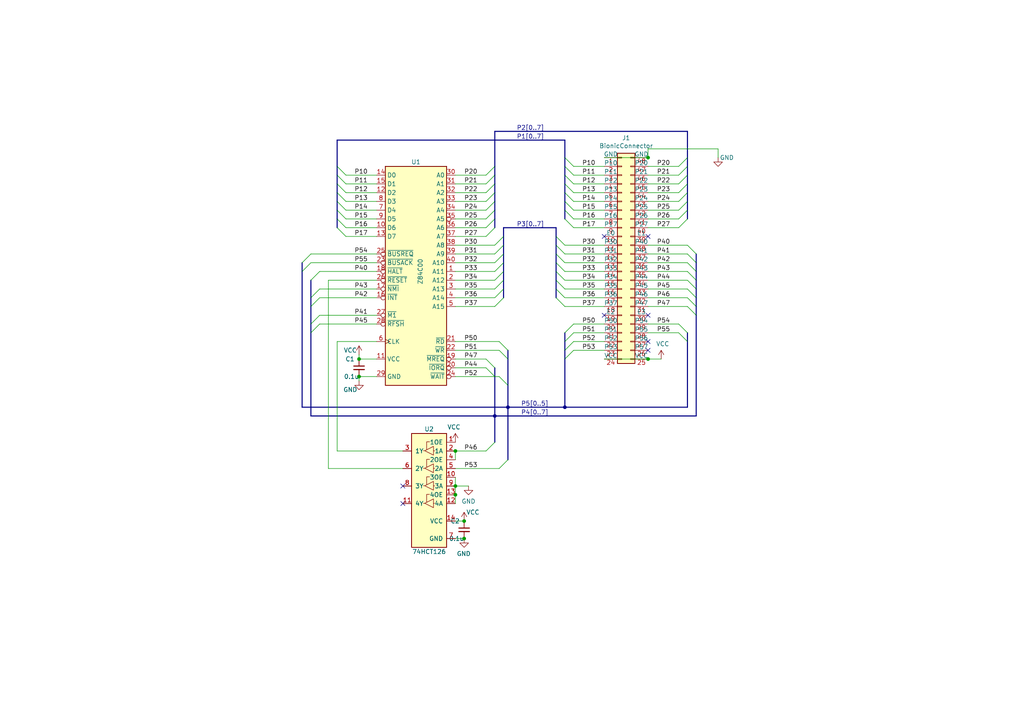
<source format=kicad_sch>
(kicad_sch (version 20211123) (generator eeschema)
  (paper "A4")
  (title_block (title "BionicZ8400 Mezzanine") (date "2022-01-20") (rev "1") (company "Tadashi G. Takaoka"))
  (lib_symbols
    (symbol "0-LocalLibrary:74HCT126" (pin_names (offset 1.016))
      (property "Reference" "U" (at 0 16.51 0))
      (property "Value" "74HCT126" (at 0 -19.05 0))
      (symbol "74HCT126_0_1"
        (polyline (pts (xy -1.2954 10.2108) (xy -1.6002 10.2108)))
        (polyline (pts (xy 1.2954 10.2362) (xy 1.651 10.2362)))
        (polyline (pts (xy 0.7112 10.5664) (xy 0.7112 12.827) (xy -0.127 12.827) (xy -0.1016 12.827)))
      )
      (symbol "74HCT126_1_0"
        (polyline (pts (xy 1.27 10.2362) (xy -1.27 11.5062) (xy -1.27 8.9662) (xy 1.27 10.2362)) (stroke (width 0.1524)))
        (pin input line (at -7.62 12.7 0) (length 2.54) (name "1OE") (number "1"))
        (pin input line (at -7.62 2.54 0) (length 2.54) (name "3OE") (number "10"))
        (pin tri_state line (at 7.62 -5.08 180) (length 2.54) (name "4Y") (number "11"))
        (pin input line (at -7.62 -5.08 0) (length 2.54) (name "4A") (number "12"))
        (pin input line (at -7.62 -2.54 0) (length 2.54) (name "4OE") (number "13"))
        (pin power_in line (at -7.62 -10.16 0) (length 2.54) (name "VCC") (number "14"))
        (pin input line (at -7.62 10.16 0) (length 2.54) (name "1A") (number "2"))
        (pin tri_state line (at 7.62 10.16 180) (length 2.54) (name "1Y") (number "3"))
        (pin input line (at -7.62 7.62 0) (length 2.54) (name "2OE") (number "4"))
        (pin input line (at -7.62 5.08 0) (length 2.54) (name "2A") (number "5"))
        (pin tri_state line (at 7.62 5.08 180) (length 2.54) (name "2Y") (number "6"))
        (pin power_in line (at -7.62 -15.24 0) (length 2.54) (name "GND") (number "7"))
        (pin tri_state line (at 7.62 0 180) (length 2.54) (name "3Y") (number "8"))
        (pin input line (at -7.62 0 0) (length 2.54) (name "3A") (number "9"))
      )
      (symbol "74HCT126_1_1"
        (rectangle (start -5.08 15.24) (end 5.08 -17.78) (stroke (width 0.254)) (fill (type background)))
        (polyline (pts (xy -1.2954 -5.0292) (xy -1.6002 -5.0292)))
        (polyline (pts (xy -1.2954 0.0508) (xy -1.6002 0.0508)))
        (polyline (pts (xy -1.2954 5.1308) (xy -1.6002 5.1308)))
        (polyline (pts (xy 1.2954 -5.0038) (xy 1.651 -5.0038)))
        (polyline (pts (xy 1.2954 0.0762) (xy 1.651 0.0762)))
        (polyline (pts (xy 1.2954 5.1562) (xy 1.651 5.1562)))
        (polyline (pts (xy 0.7112 -4.6736) (xy 0.7112 -2.413) (xy -0.127 -2.413) (xy -0.1016 -2.413)))
        (polyline (pts (xy 0.7112 0.4064) (xy 0.7112 2.667) (xy -0.127 2.667) (xy -0.1016 2.667)))
        (polyline (pts (xy 0.7112 5.4864) (xy 0.7112 7.747) (xy -0.127 7.747) (xy -0.1016 7.747)))
        (polyline (pts (xy 1.27 -5.0038) (xy -1.27 -3.7338) (xy -1.27 -6.2738) (xy 1.27 -5.0038)) (stroke (width 0.1524)))
        (polyline (pts (xy 1.27 0.0762) (xy -1.27 1.3462) (xy -1.27 -1.1938) (xy 1.27 0.0762)) (stroke (width 0.1524)))
        (polyline (pts (xy 1.27 5.1562) (xy -1.27 6.4262) (xy -1.27 3.8862) (xy 1.27 5.1562)) (stroke (width 0.1524)))
      )
    )
    (symbol "0-LocalLibrary:BionicConnector" (pin_names (offset 0))
      (property "Reference" "J" (at 1.27 30.48 0))
      (property "Value" "BionicConnector" (at 3.81 33.02 0))
      (symbol "BionicConnector_1_1"
        (rectangle (start -1.27 -30.353) (end 0 -30.607) (stroke (width 0.1524)))
        (rectangle (start -1.27 -27.813) (end 0 -28.067) (stroke (width 0.1524)))
        (rectangle (start -1.27 -25.273) (end 0 -25.527) (stroke (width 0.1524)))
        (rectangle (start -1.27 -22.733) (end 0 -22.987) (stroke (width 0.1524)))
        (rectangle (start -1.27 -20.193) (end 0 -20.447) (stroke (width 0.1524)))
        (rectangle (start -1.27 -17.653) (end 0 -17.907) (stroke (width 0.1524)))
        (rectangle (start -1.27 -15.113) (end 0 -15.367) (stroke (width 0.1524)))
        (rectangle (start -1.27 -12.573) (end 0 -12.827) (stroke (width 0.1524)))
        (rectangle (start -1.27 -10.033) (end 0 -10.287) (stroke (width 0.1524)))
        (rectangle (start -1.27 -7.493) (end 0 -7.747) (stroke (width 0.1524)))
        (rectangle (start -1.27 -4.953) (end 0 -5.207) (stroke (width 0.1524)))
        (rectangle (start -1.27 -2.413) (end 0 -2.667) (stroke (width 0.1524)))
        (rectangle (start -1.27 0.127) (end 0 -0.127) (stroke (width 0.1524)))
        (rectangle (start -1.27 2.667) (end 0 2.413) (stroke (width 0.1524)))
        (rectangle (start -1.27 5.207) (end 0 4.953) (stroke (width 0.1524)))
        (rectangle (start -1.27 7.747) (end 0 7.493) (stroke (width 0.1524)))
        (rectangle (start -1.27 10.287) (end 0 10.033) (stroke (width 0.1524)))
        (rectangle (start -1.27 12.827) (end 0 12.573) (stroke (width 0.1524)))
        (rectangle (start -1.27 15.367) (end 0 15.113) (stroke (width 0.1524)))
        (rectangle (start -1.27 17.907) (end 0 17.653) (stroke (width 0.1524)))
        (rectangle (start -1.27 20.447) (end 0 20.193) (stroke (width 0.1524)))
        (rectangle (start -1.27 22.987) (end 0 22.733) (stroke (width 0.1524)))
        (rectangle (start -1.27 25.527) (end 0 25.273) (stroke (width 0.1524)))
        (rectangle (start -1.27 28.067) (end 0 27.813) (stroke (width 0.1524)))
        (rectangle (start -1.27 29.21) (end 3.81 -31.75) (stroke (width 0.254)) (fill (type background)))
        (rectangle (start 3.81 -30.353) (end 2.54 -30.607) (stroke (width 0.1524)))
        (rectangle (start 3.81 -27.813) (end 2.54 -28.067) (stroke (width 0.1524)))
        (rectangle (start 3.81 -25.273) (end 2.54 -25.527) (stroke (width 0.1524)))
        (rectangle (start 3.81 -22.733) (end 2.54 -22.987) (stroke (width 0.1524)))
        (rectangle (start 3.81 -20.193) (end 2.54 -20.447) (stroke (width 0.1524)))
        (rectangle (start 3.81 -17.653) (end 2.54 -17.907) (stroke (width 0.1524)))
        (rectangle (start 3.81 -15.113) (end 2.54 -15.367) (stroke (width 0.1524)))
        (rectangle (start 3.81 -12.573) (end 2.54 -12.827) (stroke (width 0.1524)))
        (rectangle (start 3.81 -10.033) (end 2.54 -10.287) (stroke (width 0.1524)))
        (rectangle (start 3.81 -7.493) (end 2.54 -7.747) (stroke (width 0.1524)))
        (rectangle (start 3.81 -4.953) (end 2.54 -5.207) (stroke (width 0.1524)))
        (rectangle (start 3.81 -2.413) (end 2.54 -2.667) (stroke (width 0.1524)))
        (rectangle (start 3.81 0.127) (end 2.54 -0.127) (stroke (width 0.1524)))
        (rectangle (start 3.81 2.667) (end 2.54 2.413) (stroke (width 0.1524)))
        (rectangle (start 3.81 5.207) (end 2.54 4.953) (stroke (width 0.1524)))
        (rectangle (start 3.81 7.747) (end 2.54 7.493) (stroke (width 0.1524)))
        (rectangle (start 3.81 10.287) (end 2.54 10.033) (stroke (width 0.1524)))
        (rectangle (start 3.81 12.827) (end 2.54 12.573) (stroke (width 0.1524)))
        (rectangle (start 3.81 15.367) (end 2.54 15.113) (stroke (width 0.1524)))
        (rectangle (start 3.81 17.907) (end 2.54 17.653) (stroke (width 0.1524)))
        (rectangle (start 3.81 20.447) (end 2.54 20.193) (stroke (width 0.1524)))
        (rectangle (start 3.81 22.987) (end 2.54 22.733) (stroke (width 0.1524)))
        (rectangle (start 3.81 25.527) (end 2.54 25.273) (stroke (width 0.1524)))
        (rectangle (start 3.81 28.067) (end 2.54 27.813) (stroke (width 0.1524)))
        (pin power_out line (at -5.08 27.94 0) (length 3.81) (name "GND") (number "1"))
        (pin bidirectional line (at -5.08 5.08 0) (length 3.81) (name "E0") (number "10"))
        (pin bidirectional line (at -5.08 2.54 0) (length 3.81) (name "P30") (number "11"))
        (pin bidirectional line (at -5.08 0 0) (length 3.81) (name "P31") (number "12"))
        (pin bidirectional line (at -5.08 -2.54 0) (length 3.81) (name "P32") (number "13"))
        (pin bidirectional line (at -5.08 -5.08 0) (length 3.81) (name "P33") (number "14"))
        (pin bidirectional line (at -5.08 -7.62 0) (length 3.81) (name "P34") (number "15"))
        (pin bidirectional line (at -5.08 -10.16 0) (length 3.81) (name "P35") (number "16"))
        (pin bidirectional line (at -5.08 -12.7 0) (length 3.81) (name "P36") (number "17"))
        (pin bidirectional line (at -5.08 -15.24 0) (length 3.81) (name "P37") (number "18"))
        (pin bidirectional line (at -5.08 -17.78 0) (length 3.81) (name "E2") (number "19"))
        (pin bidirectional line (at -5.08 25.4 0) (length 3.81) (name "P10") (number "2"))
        (pin bidirectional line (at -5.08 -20.32 0) (length 3.81) (name "P50") (number "20"))
        (pin bidirectional line (at -5.08 -22.86 0) (length 3.81) (name "P51") (number "21"))
        (pin bidirectional line (at -5.08 -25.4 0) (length 3.81) (name "P52") (number "22"))
        (pin bidirectional line (at -5.08 -27.94 0) (length 3.81) (name "P53") (number "23"))
        (pin power_out line (at -5.08 -30.48 0) (length 3.81) (name "VCC") (number "24"))
        (pin power_in line (at 7.62 -30.48 180) (length 3.81) (name "VCC") (number "25"))
        (pin bidirectional line (at 7.62 -27.94 180) (length 3.81) (name "P57") (number "26"))
        (pin bidirectional line (at 7.62 -25.4 180) (length 3.81) (name "P56") (number "27"))
        (pin bidirectional line (at 7.62 -22.86 180) (length 3.81) (name "P55") (number "28"))
        (pin bidirectional line (at 7.62 -20.32 180) (length 3.81) (name "P54") (number "29"))
        (pin bidirectional line (at -5.08 22.86 0) (length 3.81) (name "P11") (number "3"))
        (pin bidirectional line (at 7.62 -17.78 180) (length 3.81) (name "E3") (number "30"))
        (pin bidirectional line (at 7.62 -15.24 180) (length 3.81) (name "P47") (number "31"))
        (pin bidirectional line (at 7.62 -12.7 180) (length 3.81) (name "P46") (number "32"))
        (pin bidirectional line (at 7.62 -10.16 180) (length 3.81) (name "P45") (number "33"))
        (pin bidirectional line (at 7.62 -7.62 180) (length 3.81) (name "P44") (number "34"))
        (pin bidirectional line (at 7.62 -5.08 180) (length 3.81) (name "P43") (number "35"))
        (pin bidirectional line (at 7.62 -2.54 180) (length 3.81) (name "P42") (number "36"))
        (pin bidirectional line (at 7.62 0 180) (length 3.81) (name "P41") (number "37"))
        (pin bidirectional line (at 7.62 2.54 180) (length 3.81) (name "P40") (number "38"))
        (pin bidirectional line (at 7.62 5.08 180) (length 3.81) (name "E1") (number "39"))
        (pin bidirectional line (at -5.08 20.32 0) (length 3.81) (name "P12") (number "4"))
        (pin bidirectional line (at 7.62 7.62 180) (length 3.81) (name "P27") (number "40"))
        (pin bidirectional line (at 7.62 10.16 180) (length 3.81) (name "P26") (number "41"))
        (pin bidirectional line (at 7.62 12.7 180) (length 3.81) (name "P25") (number "42"))
        (pin bidirectional line (at 7.62 15.24 180) (length 3.81) (name "P24") (number "43"))
        (pin bidirectional line (at 7.62 17.78 180) (length 3.81) (name "P23") (number "44"))
        (pin bidirectional line (at 7.62 20.32 180) (length 3.81) (name "P22") (number "45"))
        (pin bidirectional line (at 7.62 22.86 180) (length 3.81) (name "P21") (number "46"))
        (pin bidirectional line (at 7.62 25.4 180) (length 3.81) (name "P20") (number "47"))
        (pin power_in line (at 7.62 27.94 180) (length 3.81) (name "GND") (number "48"))
        (pin bidirectional line (at -5.08 17.78 0) (length 3.81) (name "P13") (number "5"))
        (pin bidirectional line (at -5.08 15.24 0) (length 3.81) (name "P14") (number "6"))
        (pin bidirectional line (at -5.08 12.7 0) (length 3.81) (name "P15") (number "7"))
        (pin bidirectional line (at -5.08 10.16 0) (length 3.81) (name "P16") (number "8"))
        (pin bidirectional line (at -5.08 7.62 0) (length 3.81) (name "P17") (number "9"))
      )
    )
    (symbol "0-LocalLibrary:Z84C00"
      (property "Reference" "U" (at -1.27 31.75 0))
      (property "Value" "Z84C00" (at 0 -3.81 90))
      (symbol "Z84C00_0_1"
        (rectangle (start -8.89 -33.02) (end 8.89 30.48) (stroke (width 0.254)) (fill (type background)))
      )
      (symbol "Z84C00_1_1"
        (pin output line (at 11.43 0 180) (length 2.54) (name "A11") (number "1"))
        (pin bidirectional line (at -11.43 12.7 0) (length 2.54) (name "D6") (number "10"))
        (pin power_in line (at -11.43 -25.4 0) (length 2.54) (name "VCC") (number "11"))
        (pin bidirectional line (at -11.43 22.86 0) (length 2.54) (name "D2") (number "12"))
        (pin bidirectional line (at -11.43 10.16 0) (length 2.54) (name "D7") (number "13"))
        (pin bidirectional line (at -11.43 27.94 0) (length 2.54) (name "D0") (number "14"))
        (pin bidirectional line (at -11.43 25.4 0) (length 2.54) (name "D1") (number "15"))
        (pin input inverted (at -11.43 -7.62 0) (length 2.54) (name "~{INT}") (number "16"))
        (pin input inverted (at -11.43 -5.08 0) (length 2.54) (name "~{NMI}") (number "17"))
        (pin output inverted (at -11.43 0 0) (length 2.54) (name "~{HALT}") (number "18"))
        (pin output inverted (at 11.43 -25.4 180) (length 2.54) (name "~{MREQ}") (number "19"))
        (pin output line (at 11.43 -2.54 180) (length 2.54) (name "A12") (number "2"))
        (pin output inverted (at 11.43 -27.94 180) (length 2.54) (name "~{IORQ}") (number "20"))
        (pin output line (at 11.43 -20.32 180) (length 2.54) (name "~{RD}") (number "21"))
        (pin output line (at 11.43 -22.86 180) (length 2.54) (name "~{WR}") (number "22"))
        (pin output inverted (at -11.43 2.54 0) (length 2.54) (name "~{BUSACK}") (number "23"))
        (pin input inverted (at 11.43 -30.48 180) (length 2.54) (name "~{WAIT}") (number "24"))
        (pin input inverted (at -11.43 5.08 0) (length 2.54) (name "~{BUSREQ}") (number "25"))
        (pin input inverted (at -11.43 -2.54 0) (length 2.54) (name "~{RESET}") (number "26"))
        (pin output inverted (at -11.43 -12.7 0) (length 2.54) (name "~{M1}") (number "27"))
        (pin output inverted (at -11.43 -15.24 0) (length 2.54) (name "~{RFSH}") (number "28"))
        (pin power_in line (at -11.43 -30.48 0) (length 2.54) (name "GND") (number "29"))
        (pin output line (at 11.43 -5.08 180) (length 2.54) (name "A13") (number "3"))
        (pin output line (at 11.43 27.94 180) (length 2.54) (name "A0") (number "30"))
        (pin output line (at 11.43 25.4 180) (length 2.54) (name "A1") (number "31"))
        (pin output line (at 11.43 22.86 180) (length 2.54) (name "A2") (number "32"))
        (pin output line (at 11.43 20.32 180) (length 2.54) (name "A3") (number "33"))
        (pin output line (at 11.43 17.78 180) (length 2.54) (name "A4") (number "34"))
        (pin output inverted (at 11.43 15.24 180) (length 2.54) (name "A5") (number "35"))
        (pin output line (at 11.43 12.7 180) (length 2.54) (name "A6") (number "36"))
        (pin output line (at 11.43 10.16 180) (length 2.54) (name "A7") (number "37"))
        (pin output line (at 11.43 7.62 180) (length 2.54) (name "A8") (number "38"))
        (pin output line (at 11.43 5.08 180) (length 2.54) (name "A9") (number "39"))
        (pin output line (at 11.43 -7.62 180) (length 2.54) (name "A14") (number "4"))
        (pin output line (at 11.43 2.54 180) (length 2.54) (name "A10") (number "40"))
        (pin output line (at 11.43 -10.16 180) (length 2.54) (name "A15") (number "5"))
        (pin input clock (at -11.43 -20.32 0) (length 2.54) (name "CLK") (number "6"))
        (pin bidirectional line (at -11.43 17.78 0) (length 2.54) (name "D4") (number "7"))
        (pin bidirectional line (at -11.43 20.32 0) (length 2.54) (name "D3") (number "8"))
        (pin bidirectional line (at -11.43 15.24 0) (length 2.54) (name "D5") (number "9"))
      )
    )
    (symbol "Device:C_Small" (pin_numbers hide) (pin_names (offset 0.254) hide)
      (property "Reference" "C" (at 0.254 1.778 0))
      (property "Value" "C_Small" (at 0.254 -2.032 0))
      (symbol "C_Small_0_1"
        (polyline (pts (xy -1.524 -0.508) (xy 1.524 -0.508)) (stroke (width 0.3302)))
        (polyline (pts (xy -1.524 0.508) (xy 1.524 0.508)) (stroke (width 0.3048)))
      )
      (symbol "C_Small_1_1"
        (pin passive line (at 0 2.54 270) (length 2.032) (name "~") (number "1"))
        (pin passive line (at 0 -2.54 90) (length 2.032) (name "~") (number "2"))
      )
    )
    (symbol "power:GND" (power) (pin_names (offset 0))
      (property "Value" "GND" (at 0 -3.81 0))
      (symbol "GND_0_1"
        (polyline (pts (xy 0 0) (xy 0 -1.27) (xy 1.27 -1.27) (xy 0 -2.54) (xy -1.27 -1.27) (xy 0 -1.27)))
      )
      (symbol "GND_1_1"
        (pin power_in line (at 0 0 270) (length 0) hide (name "GND") (number "1"))
      )
    )
    (symbol "power:VCC" (power) (pin_names (offset 0))
      (property "Value" "VCC" (at 0 3.81 0))
      (symbol "VCC_0_1"
        (polyline (pts (xy -0.762 1.27) (xy 0 2.54)))
        (polyline (pts (xy 0 0) (xy 0 2.54)))
        (polyline (pts (xy 0 2.54) (xy 0.762 1.27)))
      )
      (symbol "VCC_1_1"
        (pin power_in line (at 0 0 90) (length 0) hide (name "VCC") (number "1"))
      )
    )
  )
  (junction (at 187.96 45.72))
  (junction (at 132.08 130.81))
  (junction (at 132.08 140.97))
  (junction (at 134.62 156.21))
  (junction (at 104.14 109.22))
  (junction (at 143.51 120.65))
  (junction (at 187.96 104.14))
  (junction (at 104.14 104.14))
  (junction (at 147.32 118.11))
  (junction (at 163.83 118.11))
  (junction (at 134.62 151.13))
  (junction (at 132.08 143.51))
  (no_connect (at 116.84 146.05))
  (no_connect (at 175.26 68.58))
  (no_connect (at 187.96 68.58))
  (no_connect (at 187.96 91.44))
  (no_connect (at 187.96 99.06))
  (no_connect (at 187.96 101.6))
  (no_connect (at 116.84 140.97))
  (no_connect (at 175.26 91.44))
  (bus_entry (at 199.39 63.5) (size -2.54 2.54))
  (bus_entry (at 92.71 93.98) (size -2.54 2.54))
  (bus_entry (at 146.05 83.82) (size -2.54 2.54))
  (bus_entry (at 161.29 86.36) (size 2.54 2.54))
  (bus_entry (at 147.32 111.76) (size -2.54 -2.54))
  (bus_entry (at 143.51 76.2) (size 2.54 -2.54))
  (bus_entry (at 147.32 104.14) (size -2.54 -2.54))
  (bus_entry (at 166.37 58.42) (size -2.54 -2.54))
  (bus_entry (at 146.05 86.36) (size -2.54 2.54))
  (bus_entry (at 199.39 48.26) (size -2.54 2.54))
  (bus_entry (at 147.32 133.35) (size -2.54 2.54))
  (bus_entry (at 143.51 73.66) (size 2.54 -2.54))
  (bus_entry (at 163.83 99.06) (size 2.54 -2.54))
  (bus_entry (at 143.51 55.88) (size -2.54 2.54))
  (bus_entry (at 163.83 101.6) (size 2.54 -2.54))
  (bus_entry (at 87.63 78.74) (size 2.54 -2.54))
  (bus_entry (at 100.33 50.8) (size -2.54 -2.54))
  (bus_entry (at 199.39 76.2) (size 2.54 2.54))
  (bus_entry (at 199.39 55.88) (size -2.54 2.54))
  (bus_entry (at 166.37 63.5) (size -2.54 -2.54))
  (bus_entry (at 199.39 50.8) (size -2.54 2.54))
  (bus_entry (at 199.39 88.9) (size 2.54 2.54))
  (bus_entry (at 100.33 63.5) (size -2.54 -2.54))
  (bus_entry (at 166.37 66.04) (size -2.54 -2.54))
  (bus_entry (at 199.39 73.66) (size 2.54 2.54))
  (bus_entry (at 166.37 48.26) (size -2.54 -2.54))
  (bus_entry (at 143.51 128.27) (size -2.54 2.54))
  (bus_entry (at 161.29 83.82) (size 2.54 2.54))
  (bus_entry (at 143.51 78.74) (size 2.54 -2.54))
  (bus_entry (at 147.32 101.6) (size -2.54 -2.54))
  (bus_entry (at 143.51 63.5) (size -2.54 2.54))
  (bus_entry (at 199.39 78.74) (size 2.54 2.54))
  (bus_entry (at 143.51 109.22) (size -2.54 -2.54))
  (bus_entry (at 143.51 66.04) (size -2.54 2.54))
  (bus_entry (at 100.33 55.88) (size -2.54 -2.54))
  (bus_entry (at 199.39 83.82) (size 2.54 2.54))
  (bus_entry (at 166.37 53.34) (size -2.54 -2.54))
  (bus_entry (at 199.39 71.12) (size 2.54 2.54))
  (bus_entry (at 143.51 60.96) (size -2.54 2.54))
  (bus_entry (at 143.51 106.68) (size -2.54 -2.54))
  (bus_entry (at 196.85 96.52) (size 2.54 2.54))
  (bus_entry (at 92.71 91.44) (size -2.54 2.54))
  (bus_entry (at 161.29 81.28) (size 2.54 2.54))
  (bus_entry (at 161.29 73.66) (size 2.54 2.54))
  (bus_entry (at 166.37 101.6) (size -2.54 2.54))
  (bus_entry (at 199.39 60.96) (size -2.54 2.54))
  (bus_entry (at 199.39 81.28) (size 2.54 2.54))
  (bus_entry (at 199.39 53.34) (size -2.54 2.54))
  (bus_entry (at 161.29 71.12) (size 2.54 2.54))
  (bus_entry (at 143.51 48.26) (size -2.54 2.54))
  (bus_entry (at 100.33 66.04) (size -2.54 -2.54))
  (bus_entry (at 92.71 78.74) (size -2.54 2.54))
  (bus_entry (at 161.29 68.58) (size 2.54 2.54))
  (bus_entry (at 166.37 55.88) (size -2.54 -2.54))
  (bus_entry (at 196.85 48.26) (size 2.54 -2.54))
  (bus_entry (at 92.71 86.36) (size -2.54 2.54))
  (bus_entry (at 100.33 53.34) (size -2.54 -2.54))
  (bus_entry (at 100.33 68.58) (size -2.54 -2.54))
  (bus_entry (at 143.51 53.34) (size -2.54 2.54))
  (bus_entry (at 92.71 83.82) (size -2.54 2.54))
  (bus_entry (at 146.05 81.28) (size -2.54 2.54))
  (bus_entry (at 143.51 50.8) (size -2.54 2.54))
  (bus_entry (at 163.83 96.52) (size 2.54 -2.54))
  (bus_entry (at 143.51 58.42) (size -2.54 2.54))
  (bus_entry (at 199.39 58.42) (size -2.54 2.54))
  (bus_entry (at 166.37 60.96) (size -2.54 -2.54))
  (bus_entry (at 146.05 78.74) (size -2.54 2.54))
  (bus_entry (at 161.29 76.2) (size 2.54 2.54))
  (bus_entry (at 100.33 60.96) (size -2.54 -2.54))
  (bus_entry (at 199.39 86.36) (size 2.54 2.54))
  (bus_entry (at 166.37 50.8) (size -2.54 -2.54))
  (bus_entry (at 143.51 71.12) (size 2.54 -2.54))
  (bus_entry (at 87.63 76.2) (size 2.54 -2.54))
  (bus_entry (at 161.29 78.74) (size 2.54 2.54))
  (bus_entry (at 196.85 93.98) (size 2.54 2.54))
  (bus_entry (at 100.33 58.42) (size -2.54 -2.54))
  (wire (pts (xy 163.83 81.28) (xy 175.26 81.28)))
  (wire (pts (xy 163.83 86.36) (xy 175.26 86.36)))
  (wire (pts (xy 132.08 66.04) (xy 140.97 66.04)))
  (bus (pts (xy 199.39 96.52) (xy 199.39 99.06)))
  (wire (pts (xy 132.08 109.22) (xy 143.51 109.22)))
  (bus (pts (xy 163.83 101.6) (xy 163.83 104.14)))
  (bus (pts (xy 199.39 60.96) (xy 199.39 63.5)))
  (bus (pts (xy 161.29 78.74) (xy 161.29 81.28)))
  (bus (pts (xy 199.39 48.26) (xy 199.39 50.8)))
  (bus (pts (xy 163.83 58.42) (xy 163.83 60.96)))
  (wire (pts (xy 132.08 130.81) (xy 140.97 130.81)))
  (wire (pts (xy 132.08 58.42) (xy 140.97 58.42)))
  (bus (pts (xy 97.79 40.64) (xy 163.83 40.64)))
  (wire (pts (xy 187.96 55.88) (xy 196.85 55.88)))
  (bus (pts (xy 90.17 86.36) (xy 90.17 88.9)))
  (bus (pts (xy 201.93 78.74) (xy 201.93 81.28)))
  (bus (pts (xy 199.39 50.8) (xy 199.39 53.34)))
  (bus (pts (xy 90.17 120.65) (xy 143.51 120.65)))
  (bus (pts (xy 199.39 58.42) (xy 199.39 60.96)))
  (wire (pts (xy 132.08 68.58) (xy 140.97 68.58)))
  (wire (pts (xy 175.26 48.26) (xy 166.37 48.26)))
  (wire (pts (xy 90.17 73.66) (xy 109.22 73.66)))
  (bus (pts (xy 163.83 53.34) (xy 163.83 55.88)))
  (bus (pts (xy 199.39 53.34) (xy 199.39 55.88)))
  (wire (pts (xy 175.26 50.8) (xy 166.37 50.8)))
  (wire (pts (xy 104.14 109.22) (xy 109.22 109.22)))
  (wire (pts (xy 163.83 88.9) (xy 175.26 88.9)))
  (bus (pts (xy 147.32 118.11) (xy 147.32 133.35)))
  (wire (pts (xy 104.14 104.14) (xy 104.14 102.87)))
  (wire (pts (xy 187.96 71.12) (xy 199.39 71.12)))
  (wire (pts (xy 187.96 96.52) (xy 196.85 96.52)))
  (wire (pts (xy 90.17 76.2) (xy 109.22 76.2)))
  (wire (pts (xy 187.96 78.74) (xy 199.39 78.74)))
  (wire (pts (xy 187.96 86.36) (xy 199.39 86.36)))
  (wire (pts (xy 134.62 156.21) (xy 132.08 156.21)))
  (wire (pts (xy 175.26 60.96) (xy 166.37 60.96)))
  (wire (pts (xy 109.22 58.42) (xy 100.33 58.42)))
  (bus (pts (xy 163.83 96.52) (xy 163.83 99.06)))
  (wire (pts (xy 163.83 76.2) (xy 175.26 76.2)))
  (wire (pts (xy 132.08 99.06) (xy 144.78 99.06)))
  (wire (pts (xy 132.08 143.51) (xy 132.08 146.05)))
  (bus (pts (xy 143.51 58.42) (xy 143.51 60.96)))
  (wire (pts (xy 187.96 83.82) (xy 199.39 83.82)))
  (bus (pts (xy 90.17 96.52) (xy 90.17 120.65)))
  (bus (pts (xy 163.83 60.96) (xy 163.83 63.5)))
  (wire (pts (xy 132.08 83.82) (xy 143.51 83.82)))
  (bus (pts (xy 163.83 40.64) (xy 163.83 45.72)))
  (wire (pts (xy 166.37 93.98) (xy 175.26 93.98)))
  (wire (pts (xy 132.08 81.28) (xy 143.51 81.28)))
  (wire (pts (xy 187.96 53.34) (xy 196.85 53.34)))
  (wire (pts (xy 109.22 55.88) (xy 100.33 55.88)))
  (wire (pts (xy 132.08 63.5) (xy 140.97 63.5)))
  (bus (pts (xy 97.79 53.34) (xy 97.79 55.88)))
  (wire (pts (xy 97.79 99.06) (xy 109.22 99.06)))
  (wire (pts (xy 132.08 140.97) (xy 135.89 140.97)))
  (bus (pts (xy 161.29 66.04) (xy 161.29 68.58)))
  (wire (pts (xy 187.96 76.2) (xy 199.39 76.2)))
  (wire (pts (xy 92.71 78.74) (xy 109.22 78.74)))
  (wire (pts (xy 132.08 86.36) (xy 143.51 86.36)))
  (wire (pts (xy 109.22 93.98) (xy 92.71 93.98)))
  (bus (pts (xy 143.51 63.5) (xy 143.51 66.04)))
  (bus (pts (xy 143.51 120.65) (xy 143.51 128.27)))
  (bus (pts (xy 147.32 111.76) (xy 147.32 118.11)))
  (wire (pts (xy 187.96 60.96) (xy 196.85 60.96)))
  (bus (pts (xy 97.79 63.5) (xy 97.79 66.04)))
  (bus (pts (xy 199.39 55.88) (xy 199.39 58.42)))
  (wire (pts (xy 95.25 81.28) (xy 109.22 81.28)))
  (bus (pts (xy 146.05 73.66) (xy 146.05 76.2)))
  (bus (pts (xy 163.83 99.06) (xy 163.83 101.6)))
  (wire (pts (xy 132.08 53.34) (xy 140.97 53.34)))
  (wire (pts (xy 175.26 66.04) (xy 166.37 66.04)))
  (bus (pts (xy 199.39 38.1) (xy 199.39 45.72)))
  (bus (pts (xy 201.93 81.28) (xy 201.93 83.82)))
  (wire (pts (xy 175.26 53.34) (xy 166.37 53.34)))
  (wire (pts (xy 109.22 68.58) (xy 100.33 68.58)))
  (bus (pts (xy 163.83 50.8) (xy 163.83 53.34)))
  (bus (pts (xy 201.93 91.44) (xy 201.93 120.65)))
  (bus (pts (xy 97.79 40.64) (xy 97.79 48.26)))
  (wire (pts (xy 132.08 50.8) (xy 140.97 50.8)))
  (bus (pts (xy 161.29 83.82) (xy 161.29 86.36)))
  (wire (pts (xy 95.25 81.28) (xy 95.25 135.89)))
  (wire (pts (xy 166.37 101.6) (xy 175.26 101.6)))
  (wire (pts (xy 97.79 130.81) (xy 116.84 130.81)))
  (wire (pts (xy 163.83 83.82) (xy 175.26 83.82)))
  (wire (pts (xy 208.28 43.18) (xy 208.28 45.72)))
  (wire (pts (xy 163.83 71.12) (xy 175.26 71.12)))
  (wire (pts (xy 109.22 53.34) (xy 100.33 53.34)))
  (bus (pts (xy 97.79 55.88) (xy 97.79 58.42)))
  (wire (pts (xy 187.96 81.28) (xy 199.39 81.28)))
  (bus (pts (xy 161.29 73.66) (xy 161.29 76.2)))
  (wire (pts (xy 95.25 135.89) (xy 116.84 135.89)))
  (wire (pts (xy 187.96 93.98) (xy 196.85 93.98)))
  (bus (pts (xy 201.93 86.36) (xy 201.93 88.9)))
  (bus (pts (xy 199.39 45.72) (xy 199.39 48.26)))
  (wire (pts (xy 132.08 78.74) (xy 143.51 78.74)))
  (wire (pts (xy 109.22 50.8) (xy 100.33 50.8)))
  (bus (pts (xy 163.83 48.26) (xy 163.83 50.8)))
  (wire (pts (xy 132.08 140.97) (xy 132.08 143.51)))
  (bus (pts (xy 146.05 83.82) (xy 146.05 86.36)))
  (wire (pts (xy 97.79 99.06) (xy 97.79 130.81)))
  (wire (pts (xy 187.96 48.26) (xy 196.85 48.26)))
  (wire (pts (xy 132.08 88.9) (xy 143.51 88.9)))
  (wire (pts (xy 187.96 43.18) (xy 208.28 43.18)))
  (wire (pts (xy 132.08 104.14) (xy 140.97 104.14)))
  (wire (pts (xy 175.26 58.42) (xy 166.37 58.42)))
  (bus (pts (xy 97.79 50.8) (xy 97.79 53.34)))
  (bus (pts (xy 163.83 104.14) (xy 163.83 118.11)))
  (bus (pts (xy 147.32 104.14) (xy 147.32 111.76)))
  (wire (pts (xy 187.96 63.5) (xy 196.85 63.5)))
  (bus (pts (xy 199.39 99.06) (xy 199.39 118.11)))
  (wire (pts (xy 132.08 55.88) (xy 140.97 55.88)))
  (bus (pts (xy 87.63 118.11) (xy 87.63 78.74)))
  (wire (pts (xy 132.08 151.13) (xy 134.62 151.13)))
  (wire (pts (xy 166.37 96.52) (xy 175.26 96.52)))
  (bus (pts (xy 163.83 45.72) (xy 163.83 48.26)))
  (bus (pts (xy 143.51 48.26) (xy 143.51 50.8)))
  (bus (pts (xy 143.51 38.1) (xy 199.39 38.1)))
  (bus (pts (xy 201.93 83.82) (xy 201.93 86.36)))
  (bus (pts (xy 161.29 76.2) (xy 161.29 78.74)))
  (wire (pts (xy 132.08 60.96) (xy 140.97 60.96)))
  (wire (pts (xy 132.08 73.66) (xy 143.51 73.66)))
  (bus (pts (xy 143.51 50.8) (xy 143.51 53.34)))
  (bus (pts (xy 146.05 66.04) (xy 161.29 66.04)))
  (bus (pts (xy 161.29 68.58) (xy 161.29 71.12)))
  (wire (pts (xy 143.51 109.22) (xy 144.78 109.22)))
  (bus (pts (xy 90.17 93.98) (xy 90.17 96.52)))
  (wire (pts (xy 166.37 99.06) (xy 175.26 99.06)))
  (bus (pts (xy 201.93 88.9) (xy 201.93 91.44)))
  (wire (pts (xy 132.08 106.68) (xy 140.97 106.68)))
  (wire (pts (xy 132.08 71.12) (xy 143.51 71.12)))
  (bus (pts (xy 161.29 81.28) (xy 161.29 83.82)))
  (wire (pts (xy 109.22 86.36) (xy 92.71 86.36)))
  (wire (pts (xy 175.26 104.14) (xy 187.96 104.14)))
  (bus (pts (xy 143.51 106.68) (xy 143.51 109.22)))
  (bus (pts (xy 146.05 76.2) (xy 146.05 78.74)))
  (wire (pts (xy 187.96 50.8) (xy 196.85 50.8)))
  (wire (pts (xy 109.22 63.5) (xy 100.33 63.5)))
  (bus (pts (xy 146.05 78.74) (xy 146.05 81.28)))
  (bus (pts (xy 97.79 60.96) (xy 97.79 63.5)))
  (wire (pts (xy 187.96 104.14) (xy 191.77 104.14)))
  (wire (pts (xy 187.96 43.18) (xy 187.96 45.72)))
  (bus (pts (xy 87.63 78.74) (xy 87.63 76.2)))
  (wire (pts (xy 132.08 101.6) (xy 144.78 101.6)))
  (bus (pts (xy 143.51 55.88) (xy 143.51 58.42)))
  (wire (pts (xy 187.96 88.9) (xy 199.39 88.9)))
  (bus (pts (xy 201.93 73.66) (xy 201.93 76.2)))
  (bus (pts (xy 97.79 48.26) (xy 97.79 50.8)))
  (bus (pts (xy 143.51 60.96) (xy 143.51 63.5)))
  (wire (pts (xy 92.71 91.44) (xy 109.22 91.44)))
  (wire (pts (xy 163.83 78.74) (xy 175.26 78.74)))
  (bus (pts (xy 90.17 88.9) (xy 90.17 93.98)))
  (wire (pts (xy 132.08 138.43) (xy 132.08 140.97)))
  (wire (pts (xy 132.08 130.81) (xy 132.08 133.35)))
  (bus (pts (xy 146.05 68.58) (xy 146.05 66.04)))
  (bus (pts (xy 201.93 76.2) (xy 201.93 78.74)))
  (wire (pts (xy 175.26 55.88) (xy 166.37 55.88)))
  (bus (pts (xy 161.29 71.12) (xy 161.29 73.66)))
  (bus (pts (xy 143.51 109.22) (xy 143.51 120.65)))
  (wire (pts (xy 187.96 73.66) (xy 199.39 73.66)))
  (wire (pts (xy 175.26 45.72) (xy 187.96 45.72)))
  (wire (pts (xy 109.22 83.82) (xy 92.71 83.82)))
  (bus (pts (xy 143.51 38.1) (xy 143.51 48.26)))
  (wire (pts (xy 104.14 110.49) (xy 104.14 109.22)))
  (bus (pts (xy 87.63 118.11) (xy 147.32 118.11)))
  (bus (pts (xy 90.17 81.28) (xy 90.17 86.36)))
  (wire (pts (xy 132.08 76.2) (xy 143.51 76.2)))
  (bus (pts (xy 146.05 81.28) (xy 146.05 83.82)))
  (wire (pts (xy 109.22 60.96) (xy 100.33 60.96)))
  (bus (pts (xy 147.32 118.11) (xy 163.83 118.11)))
  (bus (pts (xy 146.05 68.58) (xy 146.05 71.12)))
  (wire (pts (xy 132.08 135.89) (xy 144.78 135.89)))
  (wire (pts (xy 163.83 73.66) (xy 175.26 73.66)))
  (bus (pts (xy 97.79 58.42) (xy 97.79 60.96)))
  (wire (pts (xy 187.96 58.42) (xy 196.85 58.42)))
  (bus (pts (xy 146.05 71.12) (xy 146.05 73.66)))
  (wire (pts (xy 175.26 63.5) (xy 166.37 63.5)))
  (bus (pts (xy 143.51 53.34) (xy 143.51 55.88)))
  (wire (pts (xy 104.14 104.14) (xy 109.22 104.14)))
  (bus (pts (xy 147.32 101.6) (xy 147.32 104.14)))
  (bus (pts (xy 143.51 120.65) (xy 201.93 120.65)))
  (bus (pts (xy 163.83 118.11) (xy 199.39 118.11)))
  (wire (pts (xy 109.22 66.04) (xy 100.33 66.04)))
  (wire (pts (xy 187.96 66.04) (xy 196.85 66.04)))
  (bus (pts (xy 163.83 55.88) (xy 163.83 58.42)))
  (label "P45" (at 190.5 83.82 0))
  (label "P31" (at 134.62 73.66 0))
  (label "P27" (at 134.62 68.58 0))
  (label "P54" (at 190.5 93.98 0))
  (label "P44" (at 190.5 81.28 0))
  (label "P32" (at 134.62 76.2 0))
  (label "P40" (at 106.68 78.74 180))
  (label "P41" (at 106.68 91.44 180))
  (label "P25" (at 134.62 63.5 0))
  (label "P36" (at 134.62 86.36 0))
  (label "P51" (at 134.62 101.6 0))
  (label "P53" (at 172.72 101.6 180))
  (label "P22" (at 190.5 53.34 0))
  (label "P34" (at 134.62 81.28 0))
  (label "P51" (at 172.72 96.52 180))
  (label "P42" (at 190.5 76.2 0))
  (label "P52" (at 134.62 109.22 0))
  (label "P5[0..5]" (at 151.13 118.11 0))
  (label "P17" (at 106.68 68.58 180))
  (label "P21" (at 190.5 50.8 0))
  (label "P14" (at 172.72 58.42 180))
  (label "P25" (at 190.5 60.96 0))
  (label "P33" (at 134.62 78.74 0))
  (label "P47" (at 134.62 104.14 0))
  (label "P44" (at 134.62 106.68 0))
  (label "P30" (at 134.62 71.12 0))
  (label "P30" (at 172.72 71.12 180))
  (label "P13" (at 172.72 55.88 180))
  (label "P21" (at 134.62 53.34 0))
  (label "P20" (at 134.62 50.8 0))
  (label "P46" (at 190.5 86.36 0))
  (label "P22" (at 134.62 55.88 0))
  (label "P26" (at 134.62 66.04 0))
  (label "P24" (at 134.62 60.96 0))
  (label "P15" (at 172.72 60.96 180))
  (label "P1[0..7]" (at 149.86 40.64 0))
  (label "P55" (at 190.5 96.52 0))
  (label "P53" (at 134.62 135.89 0))
  (label "P42" (at 106.68 86.36 180))
  (label "P14" (at 106.68 60.96 180))
  (label "P17" (at 172.72 66.04 180))
  (label "P43" (at 106.68 83.82 180))
  (label "P50" (at 172.72 93.98 180))
  (label "P50" (at 134.62 99.06 0))
  (label "P32" (at 172.72 76.2 180))
  (label "P24" (at 190.5 58.42 0))
  (label "P43" (at 190.5 78.74 0))
  (label "P23" (at 190.5 55.88 0))
  (label "P35" (at 134.62 83.82 0))
  (label "P36" (at 172.72 86.36 180))
  (label "P15" (at 106.68 63.5 180))
  (label "P52" (at 172.72 99.06 180))
  (label "P12" (at 106.68 55.88 180))
  (label "P34" (at 172.72 81.28 180))
  (label "P31" (at 172.72 73.66 180))
  (label "P35" (at 172.72 83.82 180))
  (label "P11" (at 106.68 53.34 180))
  (label "P41" (at 190.5 73.66 0))
  (label "P16" (at 106.68 66.04 180))
  (label "P10" (at 172.72 48.26 180))
  (label "P45" (at 106.68 93.98 180))
  (label "P55" (at 106.68 76.2 180))
  (label "P13" (at 106.68 58.42 180))
  (label "P3[0..7]" (at 149.86 66.04 0))
  (label "P12" (at 172.72 53.34 180))
  (label "P16" (at 172.72 63.5 180))
  (label "P37" (at 134.62 88.9 0))
  (label "P33" (at 172.72 78.74 180))
  (label "P4[0..7]" (at 151.13 120.65 0))
  (label "P47" (at 190.5 88.9 0))
  (label "P2[0..7]" (at 149.86 38.1 0))
  (label "P11" (at 172.72 50.8 180))
  (label "P40" (at 190.5 71.12 0))
  (label "P20" (at 190.5 48.26 0))
  (label "P26" (at 190.5 63.5 0))
  (label "P46" (at 134.62 130.81 0))
  (label "P10" (at 106.68 50.8 180))
  (label "P27" (at 190.5 66.04 0))
  (label "P54" (at 106.68 73.66 180))
  (label "P37" (at 172.72 88.9 180))
  (label "P23" (at 134.62 58.42 0))
  (symbol (lib_id "power:VCC") (at 104.14 102.87 0) (mirror y) (unit 1)
    (property "Reference" "#PWR03" (effects hide))
    (property "Value" "VCC" (at 101.6 101.6 0))
  )
  (symbol (lib_id "power:GND") (at 104.14 110.49 0) (mirror y) (unit 1)
    (property "Reference" "#PWR04" (effects hide))
    (property "Value" "GND" (at 101.6 113.03 0))
  )
  (symbol (lib_id "Device:C_Small") (at 104.14 106.68 0) (mirror y) (unit 1)
    (property "Reference" "C1" (at 102.87 104.14 0) (effects (justify left)))
    (property "Value" "0.1u" (at 104.14 109.22 0) (effects (justify left)))
    (property "Footprint" "Capacitor_THT:C_Disc_D3.4mm_W2.1mm_P2.50mm" (effects hide))
  )
  (symbol (lib_id "power:GND") (at 208.28 45.72 0) (unit 1)
    (property "Reference" "#PWR0101" (effects hide))
    (property "Value" "GND" (at 210.82 45.72 0))
  )
  (symbol (lib_id "power:VCC") (at 191.77 104.14 0) (unit 1)
    (property "Reference" "#PWR0102" (effects hide))
    (property "Value" "VCC" (at 192.2018 99.7458 0))
  )
  (symbol (lib_id "0-LocalLibrary:74HCT126") (at 124.46 140.97 0) (mirror y) (unit 1)
    (property "Reference" "U2" (at 124.46 124.46 0))
    (property "Value" "74HCT126" (at 124.46 160.02 0))
    (property "Footprint" "Package_DIP:DIP-14_W7.62mm" (effects hide))
    (property "Datasheet" "https://www.ti.com/lit/ds/symlink/cd74hct126.pdf" (effects hide))
  )
  (symbol (lib_id "power:VCC") (at 132.08 128.27 0) (mirror y) (unit 1)
    (property "Reference" "#PWR06" (effects hide))
    (property "Value" "VCC" (at 131.6482 123.8758 0))
  )
  (symbol (lib_id "power:VCC") (at 134.62 151.13 0) (mirror y) (unit 1)
    (property "Reference" "#PWR02" (effects hide))
    (property "Value" "VCC" (at 137.16 148.59 0))
  )
  (symbol (lib_id "power:GND") (at 134.62 156.21 0) (mirror y) (unit 1)
    (property "Reference" "#PWR05" (effects hide))
    (property "Value" "GND" (at 134.493 160.6042 0))
  )
  (symbol (lib_id "0-LocalLibrary:BionicConnector") (at 180.34 73.66 0) (unit 1)
    (property "Reference" "J1" (at 181.61 40.005 0))
    (property "Value" "BionicConnector" (at 181.61 42.3164 0))
    (property "Footprint" "0-LocalLibrary:DIP-48_W7.62mm" (effects hide))
    (property "Datasheet" "https://www.arieselec.com/wp-content/uploads/2020/02/10001-universal-dip-zif-test-socket.pdf" (effects hide))
  )
  (symbol (lib_id "0-LocalLibrary:Z84C00") (at 120.65 78.74 0) (unit 1)
    (property "Reference" "U1" (at 120.65 46.99 0))
    (property "Value" "Z84C00" (at 121.92 78.74 90))
    (property "Footprint" "Package_DIP:DIP-40_W15.24mm" (effects hide))
    (property "Datasheet" "https://pdf1.alldatasheet.com/datasheet-pdf/view/78372/ZILOG/Z8400.html" (effects hide))
  )
  (symbol (lib_id "power:GND") (at 135.89 140.97 0) (unit 1)
    (property "Reference" "#PWR0103" (effects hide))
    (property "Value" "GND" (at 135.89 145.4134 0))
  )
  (symbol (lib_id "Device:C_Small") (at 134.62 153.67 0) (mirror y) (unit 1)
    (property "Reference" "C2" (at 133.35 151.13 0) (effects (justify left)))
    (property "Value" "0.1u" (at 134.62 156.21 0) (effects (justify left)))
    (property "Footprint" "Capacitor_THT:C_Disc_D3.4mm_W2.1mm_P2.50mm" (effects hide))
  )
)
</source>
